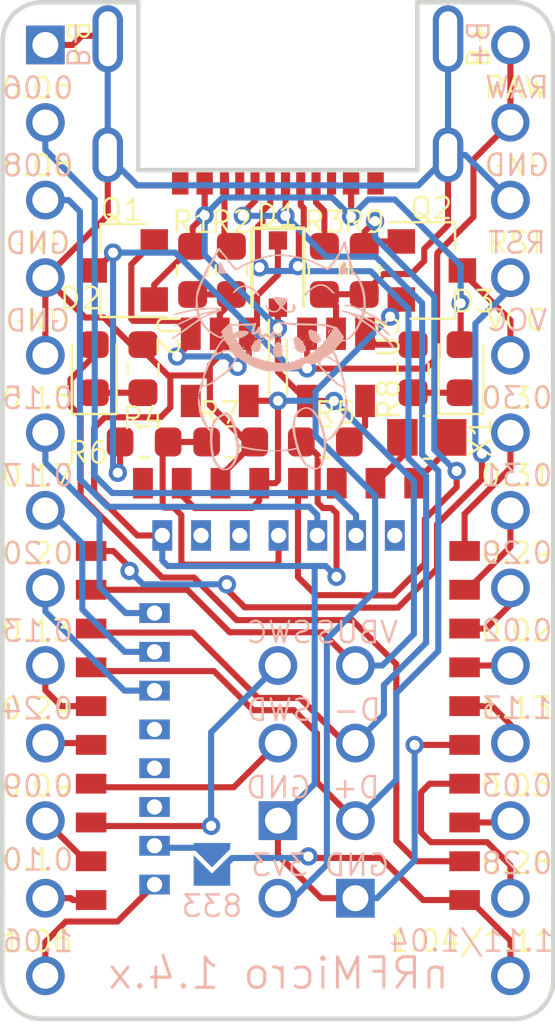
<source format=kicad_pcb>
(kicad_pcb (version 20211014) (generator pcbnew)
  (layers (0 "F.Cu" signal) (31 "B.Cu" signal) (34 "B.Paste" user) (35 "F.Paste" user) (36 "B.SilkS" user "B.Silkscreen") (37 "F.SilkS" user "F.Silkscreen") (38 "B.Mask" user) (39 "F.Mask" user) (44 "Edge.Cuts" user))
  (net 0 "")
  (net 1 "GND")
  (net 2 "RESET")
  (net 3 "/P0.02")
  (net 4 "/P0.29")
  (net 5 "/P0.30")
  (net 6 "/P0.31")
  (net 7 "/P0.10")
  (net 8 "/P0.09")
  (net 9 "VBUS")
  (net 10 "VBAT")
  (net 11 "DATA+")
  (net 12 "DATA-")
  (net 13 "/P1.13")
  (net 14 "/P1.11")
  (net 15 "/P0.20")
  (net 16 "/P0.13")
  (net 17 "/P0.15")
  (net 18 "/P0.17")
  (net 19 "/P0.22")
  (net 20 "/P0.24")
  (net 21 "BLUE_LED")
  (net 22 "/P0.03")
  (net 23 "/P0.28")
  (net 24 "/P0.00")
  (net 25 "/P0.01")
  (net 26 "/P1.06")
  (net 27 "/P1.04")
  (net 28 "SWC")
  (net 29 "SWD")
  (net 30 "POWER_PIN")
  (net 31 "/P0.26")
  (net 32 "DCCH")
  (net 33 "CC2")
  (net 34 "CC1")
  (net 35 "EXT_VCC")
  (net 36 "Net-(D2-Pad1)")
  (net 37 "/P1.00")
  (net 38 "/P1.02")
  (net 39 "/P0.12")
  (net 40 "Net-(R5-Pad1)")
  (net 41 "BATTERY_PIN")
  (net 42 "Net-(R8-Pad2)")
  (net 43 "Net-(D1-Pad1)")
  (net 44 "Net-(D3-Pad1)")
  (net 45 "nRF_VDD")
  (net 46 "/P0.07")
  (net 47 "/P0.08")
  (net 48 "PROG")
  (net 49 "/P0.06")
  (footprint "nrfmicro:pro_micro" (layer "F.Cu") (at 27.7216 36.51)
    (fp_text reference "U4")
    (fp_text value "ProMicro" hide)
  )
  (footprint "nrfmicro:E73-2G4M08S1C-52840" (layer "F.Cu") (at 27.72 33.97 -90)
    (fp_text reference "U1" hide)
    (fp_text value "E73-2G4M08S1C" hide)
  )
  (footprint "Package_TO_SOT_SMD:SOT-23" (layer "F.Cu") (at 32.766 27.3845)
    (fp_text reference "Q2")
    (fp_text value "AO3407")
  )
  (footprint "Diode_SMD:D_SOD-323F" (layer "F.Cu") (at 27.7216 27.502 -90)
    (fp_text reference "D1")
    (fp_text value "1N5819")
  )
  (footprint "Resistor_SMD:R_0603_1608Metric" (layer "F.Cu") (at 23.3375 33)
    (fp_text reference "R6")
    (fp_text value "820K")
  )
  (footprint "Resistor_SMD:R_0603_1608Metric" (layer "F.Cu") (at 26.175 33)
    (fp_text reference "R7")
    (fp_text value "2M")
  )
  (footprint "Package_TO_SOT_SMD:SOT-23" (layer "F.Cu") (at 22.6695 27.3845 180)
    (fp_text reference "Q1")
    (fp_text value "AO3407" hide)
  )
  (footprint "Resistor_SMD:R_0603_1608Metric" (layer "F.Cu") (at 23.3 30.6 90)
    (fp_text reference "R4")
    (fp_text value "1K")
  )
  (footprint "Resistor_SMD:R_0603_1608Metric" (layer "F.Cu") (at 26.1976 27.382 -90)
    (fp_text reference "R2")
    (fp_text value "5.1K")
  )
  (footprint "Resistor_SMD:R_0603_1608Metric" (layer "F.Cu") (at 29.2456 27.382 -90)
    (fp_text reference "R3")
    (fp_text value "5.1K")
  )
  (footprint "LED_SMD:LED_0603_1608Metric" (layer "F.Cu") (at 21.7 30.6 90)
    (fp_text reference "D2")
    (fp_text value "BLUE")
  )
  (footprint "Resistor_SMD:R_0603_1608Metric" (layer "F.Cu") (at 24.9276 27.382 -90)
    (fp_text reference "R1")
    (fp_text value "100K")
  )
  (footprint "Package_TO_SOT_SMD:SOT-23-5" (layer "F.Cu") (at 29.6266 30.557 -90)
    (fp_text reference "U3")
    (fp_text value "TP4054")
  )
  (footprint "Resistor_SMD:R_0603_1608Metric" (layer "F.Cu") (at 29.275 33 180)
    (fp_text reference "R5")
    (fp_text value "RPROG")
  )
  (footprint "Resistor_SMD:R_0603_1608Metric" (layer "F.Cu") (at 30.55 27.382 -90)
    (fp_text reference "R9")
    (fp_text value "2M")
  )
  (footprint "nrfmicro:connector_bat" (layer "F.Cu") (at 27.7216 20 180)
    (fp_text reference "J3")
    (fp_text value "Conn_01x02")
  )
  (footprint "nrfmicro:connector_swd" (layer "F.Cu") (at 27.7216 47.94 180)
    (fp_text reference "J2" hide)
    (fp_text value "Conn_01x04")
  )
  (footprint "Package_TO_SOT_SMD:SOT-23-5" (layer "F.Cu") (at 25.8166 30.557 -90)
    (fp_text reference "U2")
    (fp_text value "AP2112K-3.3")
  )
  (footprint "nrfmicro:connector_usb" (layer "F.Cu") (at 30.2616 47.94 180)
    (fp_text reference "J4" hide)
    (fp_text value "Conn_01x04")
  )
  (footprint "Crystal:Crystal_SMD_MicroCrystal_CM9V-T1A-2Pin_1.6x1.0mm" (layer "F.Cu") (at 32.6 32.85)
    (fp_text reference "X1")
    (fp_text value "32768kHz")
  )
  (footprint "Resistor_SMD:R_0603_1608Metric" (layer "F.Cu") (at 32.15 30.6 90)
    (fp_text reference "R8")
    (fp_text value "1K")
  )
  (footprint "LED_SMD:LED_0603_1608Metric" (layer "F.Cu") (at 33.725 30.6 90)
    (fp_text reference "D3")
    (fp_text value "RED")
  )
  (footprint "nrfmicro:USB-C_C168688" (layer "F.Cu") (at 27.72645 24.09875)
    (fp_text reference "J1" hide)
    (fp_text value "USB-C USB 2.0 MC-372")
  )
  (footprint "Custom Parts:Catmelon_Small" (layer "B.Cu") (at 27.7216 30 180)
    (fp_text reference "G***" hide)
    (fp_text value "LOGO" hide)
  )
  (footprint "nrfmicro:Jumper_SMD" (layer "B.Cu") (at 25.560533 46.631775 180)
    (fp_text reference "JP1")
    (fp_text value "SolderJumper_2_Open" hide)
  )
  (gr_line (start 36.737 19.873) (end 36.7497 50.6197) (layer "Edge.Cuts") (width 0.15))
  (gr_line (start 32.291533 18.602775) (end 35.467 18.603) (layer "Edge.Cuts") (width 0.15))
  (gr_line (start 19.973 18.603) (end 23.147533 18.602775) (layer "Edge.Cuts") (width 0.15))
  (gr_line (start 18.6903 50.6197) (end 18.703 19.873) (layer "Edge.Cuts") (width 0.15))
  (gr_line (start 32.291533 24.1) (end 32.291533 18.602775) (layer "Edge.Cuts") (width 0.15))
  (gr_line (start 23.147533 18.602775) (end 23.147533 24.1) (layer "Edge.Cuts") (width 0.15))
  (gr_line (start 35.4797 51.8897) (end 19.9603 51.8897) (layer "Edge.Cuts") (width 0.15))
  (gr_arc (start 35.467 18.603) (mid 36.365026 18.974974) (end 36.737 19.873) (layer "Edge.Cuts") (width 0.15))
  (gr_arc (start 18.703 19.873) (mid 19.074974 18.974974) (end 19.973 18.603) (layer "Edge.Cuts") (width 0.15))
  (gr_arc (start 19.9603 51.8897) (mid 19.062274 51.517726) (end 18.6903 50.6197) (layer "Edge.Cuts") (width 0.15))
  (gr_arc (start 36.7497 50.6197) (mid 36.377726 51.517726) (end 35.4797 51.8897) (layer "Edge.Cuts") (width 0.15))
  (gr_line (start 23.147533 24.1) (end 32.291533 24.1) (layer "Edge.Cuts") (width 0.15))
  (gr_text "nRFMicro 1.4.x" (at 27.74286 50.4) (layer "B.SilkS") (effects (font (size 1 1) (thickness 0.1)) (justify mirror)))
  (segment (start 25.491601 31.777003) (end 26.714598 33) (width 0.2) (layer "F.Cu") (net 1))
  (segment (start 33.2966 25.8982) (end 32.516001 26.678799) (width 0.2) (layer "F.Cu") (net 1))
  (segment (start 32.204808 42.92) (end 33.839 42.92) (width 0.2) (layer "F.Cu") (net 1))
  (segment (start 29.197753 35.162775) (end 29.024999 34.990021) (width 0.2) (layer "F.Cu") (net 1))
  (segment (start 21.3 19.7) (end 22.1466 19.7) (width 0.2) (layer "F.Cu") (net 1))
  (segment (start 23.117189 24.6) (end 24.5216 24.6) (width 0.2) (layer "F.Cu") (net 1))
  (segment (start 23.3 29.997838) (end 24.07501 30.772848) (width 0.2) (layer "F.Cu") (net 1))
  (segment (start 27.7216 45.4) (end 27.7216 46.521842) (width 0.2) (layer "F.Cu") (net 1))
  (segment (start 30.525 28.1625) (end 29.2526 28.1625) (width 0.2) (layer "F.Cu") (net 1))
  (segment (start 29.472533 35.162775) (end 29.197753 35.162775) (width 0.2) (layer "F.Cu") (net 1))
  (segment (start 20.1016 20) (end 21 20) (width 0.2) (layer "F.Cu") (net 1))
  (segment (start 24.101673 30.799511) (end 24.124162 30.822) (width 0.2) (layer "F.Cu") (net 1))
  (segment (start 25.491601 30.886999) (end 25.491601 31.777003) (width 0.2) (layer "F.Cu") (net 1))
  (segment (start 23.3 30.024991) (end 23.3 29.8125) (width 0.2) (layer "F.Cu") (net 1))
  (segment (start 25.8166 30.1634) (end 25.491601 30.488399) (width 0.2) (layer "F.Cu") (net 1))
  (segment (start 26.714598 33) (end 26.9625 33) (width 0.2) (layer "F.Cu") (net 1))
  (segment (start 33.2966 23.625277) (end 32.321877 24.6) (width 0.2) (layer "F.Cu") (net 1))
  (segment (start 30.525 28.1625) (end 31.1875 27.5) (width 0.2) (layer "F.Cu") (net 1))
  (segment (start 26.59614 32.9) (end 25.491601 31.795461) (width 0.2) (layer "F.Cu") (net 1))
  (segment (start 26.1976 28.1695) (end 24.9276 28.1695) (width 0.2) (layer "F.Cu") (net 1))
  (segment (start 29.024999 33.437499) (end 28.4875 32.9) (width 0.2) (layer "F.Cu") (net 1))
  (segment (start 21.6976 34.64389) (end 21.6976 32.54376) (width 0.2) (layer "F.Cu") (net 1))
  (segment (start 25.426602 30.822) (end 25.491601 30.886999) (width 0.2) (layer "F.Cu") (net 1))
  (segment (start 29.6266 29.457) (end 29.6266 28.5505) (width 0.2) (layer "F.Cu") (net 1))
  (segment (start 21.6976 32.54376) (end 22.04936 32.192) (width 0.2) (layer "F.Cu") (net 1))
  (segment (start 25.491601 30.488399) (end 25.491601 31.795461) (width 0.2) (layer "F.Cu") (net 1))
  (segment (start 32.321877 24.6) (end 30.9216 24.6) (width 0.2) (layer "F.Cu") (net 1))
  (segment (start 20.1016 30.16) (end 20.1016 27.62) (width 0.2) (layer "F.Cu") (net 1))
  (segment (start 24.07501 30.772848) (end 24.101673 30.799511) (width 0.2) (layer "F.Cu") (net 1))
  (segment (start 20.1016 27.62) (end 21.40659 28.92499) (width 0.2) (layer "F.Cu") (net 1))
  (segment (start 29.139758 47.94) (end 30.2616 47.94) (width 0.2) (layer "F.Cu") (net 1))
  (segment (start 24.1976 31.872) (end 24.1976 30.895438) (width 0.2) (layer "F.Cu") (net 1))
  (segment (start 23.3 29.8125) (end 23.3 30.038002) (width 0.2) (layer "F.Cu") (net 1))
  (segment (start 22.90864 29.8125) (end 22.02113 28.92499) (width 0.2) (layer "F.Cu") (net 1))
  (segment (start 26.9625 32.9) (end 26.59614 32.9) (width 0.2) (layer "F.Cu") (net 1))
  (segment (start 21 20) (end 21.3 19.7) (width 0.2) (layer "F.Cu") (net 1))
  (segment (start 29.2476 28.1675) (end 29.2456 28.1695) (width 0.2) (layer "F.Cu") (net 1))
  (segment (start 29.642533 35.332775) (end 29.472533 35.162775) (width 0.2) (layer "F.Cu") (net 1))
  (segment (start 25.8166 29.457) (end 25.8166 30.1634) (width 0.2) (layer "F.Cu") (net 1))
  (segment (start 23.3 29.8125) (end 23.3 29.997838) (width 0.2) (layer "F.Cu") (net 1))
  (segment (start 20.1016 27.62) (end 22.1466 25.575) (width 0.2) (layer "F.Cu") (net 1))
  (segment (start 24.1976 30.895438) (end 24.101673 30.799511) (width 0.2) (layer "F.Cu") (net 1))
  (segment (start 22.04936 32.192) (end 23.8776 32.192) (width 0.2) (layer "F.Cu") (net 1))
  (segment (start 32.516001 26.678799) (end 32.516001 27.074501) (width 0.2) (layer "F.Cu") (net 1))
  (segment (start 23.8776 32.192) (end 24.1976 31.872) (width 0.2) (layer "F.Cu") (net 1))
  (segment (start 23.933 36.062) (end 23.11571 36.062) (width 0.2) (layer "F.Cu") (net 1))
  (segment (start 32.202033 42.922775) (end 32.204808 42.92) (width 0.2) (layer "F.Cu") (net 1))
  (segment (start 29.6266 28.5505) (end 29.2456 28.1695) (width 0.2) (layer "F.Cu") (net 1))
  (segment (start 23.11571 36.062) (end 21.6976 34.64389) (width 0.2) (layer "F.Cu") (net 1))
  (segment (start 25.8166 28.8084) (end 25.8166 29.457) (width 0.2) (layer "F.Cu") (net 1))
  (segment (start 33.2966 23.7) (end 33.2966 25.8982) (width 0.2) (layer "F.Cu") (net 1))
  (segment (start 26.1976 28.1695) (end 26.1976 28.4274) (width 0.2) (layer "F.Cu") (net 1))
  (segment (start 31.1875 27.5) (end 32.090502 27.5) (width 0.2) (layer "F.Cu") (net 1))
  (segment (start 33.2966 19.7) (end 33.2966 23.625277) (width 0.2) (layer "F.Cu") (net 1))
  (segment (start 22.02113 28.92499) (end 21.40659 28.92499) (width 0.2) (layer "F.Cu") (net 1))
  (segment (start 29.2526 28.1625) (end 29.2456 28.1695) (width 0.2) (layer "F.Cu") (net 1))
  (segment (start 29.024999 34.990021) (end 29.024999 33.437499) (width 0.2) (layer "F.Cu") (net 1))
  (segment (start 25.84 34.351) (end 25.84 34.1225) (width 0.2) (layer "F.Cu") (net 1))
  (segment (start 26.1976 28.4274) (end 25.8166 28.8084) (width 0.2) (layer "F.Cu") (net 1))
  (segment (start 29.642533 37.415755) (end 29.642533 35.332775) (width 0.2) (layer "F.Cu") (net 1))
  (segment (start 27.7216 46.521842) (end 29.139758 47.94) (width 0.2) (layer "F.Cu") (net 1))
  (segment (start 32.090502 27.5) (end 32.516001 27.074501) (width 0.2) (layer "F.Cu") (net 1))
  (segment (start 22.1466 25.575) (end 22.1466 23.7) (width 0.2) (layer "F.Cu") (net 1))
  (segment (start 22.1466 19.7) (end 22.1466 23.629411) (width 0.2) (layer "F.Cu") (net 1))
  (segment (start 22.1466 23.629411) (end 23.117189 24.6) (width 0.2) (layer "F.Cu") (net 1))
  (segment (start 24.124162 30.822) (end 25.426602 30.822) (width 0.2) (layer "F.Cu") (net 1))
  (segment (start 25.84 34.1225) (end 26.9625 33) (width 0.2) (layer "F.Cu") (net 1))
  (via (at 32.202033 42.922775) (size 0.6) (drill 0.33) (layers "F.Cu" "B.Cu") (net 1))
  (via (at 29.642533 37.415755) (size 0.6) (drill 0.33) (layers "F.Cu" "B.Cu") (net 1))
  (segment (start 28.926589 37.073411) (end 28.937998 37.062002) (width 0.2) (layer "B.Cu") (net 1))
  (segment (start 27.7216 45.397708) (end 28.926589 44.192719) (width 0.2) (layer "B.Cu") (net 1))
  (segment (start 29.660983 24.595977) (end 23.113166 24.595977) (width 0.2) (layer "B.Cu") (net 1))
  (segment (start 30.965308 47.94) (end 30.2616 47.94) (width 0.2) (layer "B.Cu") (net 1))
  (segment (start 27.7216 45.4) (end 27.7216 45.397708) (width 0.2) (layer "B.Cu") (net 1))
  (segment (start 29.667781 24.602775) (end 29.660983 24.595977) (width 0.2) (layer "B.Cu") (net 1))
  (segment (start 32.202033 46.703275) (end 30.965308 47.94) (width 0.2) (layer "B.Cu") (net 1))
  (segment (start 29.642533 37.415755) (end 29.28878 37.062002) (width 0.2) (layer "B.Cu") (net 1))
  (segment (start 32.202033 42.922775) (end 32.202033 46.703275) (width 0.2) (layer "B.Cu") (net 1))
  (segment (start 35.3416 25.08) (end 33.8616 23.6) (width 0.2) (layer "B.Cu") (net 1))
  (segment (start 28.926589 44.192719) (end 28.926589 37.073411) (width 0.2) (layer "B.Cu") (net 1))
  (segment (start 24.112002 37.062002) (end 23.933 36.883) (width 0.2) (layer "B.Cu") (net 1))
  (segment (start 23.113166 24.595977) (end 22.1466 23.629411) (width 0.2) (layer "B.Cu") (net 1))
  (segment (start 28.937998 37.062002) (end 24.112002 37.062002) (width 0.2) (layer "B.Cu") (net 1))
  (segment (start 23.933 36.883) (end 23.933 36.062) (width 0.2) (layer "B.Cu") (net 1))
  (segment (start 29.28878 37.062002) (end 28.937998 37.062002) (width 0.2) (layer "B.Cu") (net 1))
  (segment (start 33.8616 23.6) (end 33.2972 23.6) (width 0.2) (layer "B.Cu") (net 1))
  (segment (start 33.2966 19.7) (end 33.2966 23.625277) (width 0.2) (layer "B.Cu") (net 1))
  (segment (start 32.319102 24.602775) (end 29.667781 24.602775) (width 0.2) (layer "B.Cu") (net 1))
  (segment (start 22.1466 23.629411) (end 22.1466 19.7) (width 0.2) (layer "B.Cu") (net 1))
  (segment (start 33.2966 23.625277) (end 32.319102 24.602775) (width 0.2) (layer "B.Cu") (net 1))
  (segment (start 30.276899 38.414775) (end 26.634533 38.414775) (width 0.2) (layer "F.Cu") (net 2))
  (segment (start 30.286899 38.424775) (end 30.276899 38.414775) (width 0.2) (layer "F.Cu") (net 2))
  (segment (start 34.406599 34.225501) (end 32.936533 35.695567) (width 0.2) (layer "F.Cu") (net 2))
  (segment (start 32.936533 35.695567) (end 32.936532 37.148918) (width 0.2) (layer "F.Cu") (net 2))
  (segment (start 26.634533 38.414775) (end 26.05 37.830242) (width 0.2) (layer "F.Cu") (net 2))
  (segment (start 34.406599 33.381599) (end 34.406599 34.225501) (width 0.2) (layer "F.Cu") (net 2))
  (segment (start 26.05 37.830242) (end 26.05 37.662002) (width 0.2) (layer "F.Cu") (net 2))
  (segment (start 22.327621 36.57) (end 22.860541 37.10292) (width 0.2) (layer "F.Cu") (net 2))
  (segment (start 22.860541 37.10292) (end 22.860541 37.221058) (width 0.2) (layer "F.Cu") (net 2))
  (segment (start 31.660675 38.424775) (end 30.286899 38.424775) (width 0.2) (layer "F.Cu") (net 2))
  (segment (start 21.601 36.57) (end 22.327621 36.57) (width 0.2) (layer "F.Cu") (net 2))
  (segment (start 32.936532 37.148918) (end 31.660675 38.424775) (width 0.2) (layer "F.Cu") (net 2))
  (via (at 26.05 37.662002) (size 0.6) (drill 0.33) (layers "F.Cu" "B.Cu") (net 2))
  (via (at 34.406599 33.381599) (size 0.6) (drill 0.33) (layers "F.Cu" "B.Cu") (net 2))
  (via (at 22.860541 37.221058) (size 0.6) (drill 0.33) (layers "F.Cu" "B.Cu") (net 2))
  (segment (start 23.301485 37.662002) (end 22.860541 37.221058) (width 0.2) (layer "B.Cu") (net 2))
  (segment (start 35.3416 27.973708) (end 34.192533 29.122775) (width 0.2) (layer "B.Cu") (net 2))
  (segment (start 35.3416 27.62) (end 35.3416 27.973708) (width 0.2) (layer "B.Cu") (net 2))
  (segment (start 34.192533 33.167533) (end 34.406599 33.381599) (width 0.2) (layer "B.Cu") (net 2))
  (segment (start 26.05 37.662002) (end 23.301485 37.662002) (width 0.2) (layer "B.Cu") (net 2))
  (segment (start 34.192533 29.122775) (end 34.192533 33.167533) (width 0.2) (layer "B.Cu") (net 2))
  (segment (start 35.3416 40.32) (end 33.899 40.32) (width 0.2) (layer "F.Cu") (net 3))
  (segment (start 33.899 40.32) (end 33.839 40.38) (width 0.2) (layer "F.Cu") (net 3))
  (segment (start 34.555308 39.11) (end 35.3416 38.323708) (width 0.2) (layer "F.Cu") (net 4))
  (segment (start 33.839 39.11) (end 34.555308 39.11) (width 0.2) (layer "F.Cu") (net 4))
  (segment (start 35.3416 38.323708) (end 35.3416 37.78) (width 0.2) (layer "F.Cu") (net 4))
  (segment (start 33.839 35.358798) (end 35.3416 33.856198) (width 0.2) (layer "F.Cu") (net 5))
  (segment (start 33.839 36.57) (end 33.839 35.358798) (width 0.2) (layer "F.Cu") (net 5))
  (segment (start 35.3416 33.856198) (end 35.3416 32.7) (width 0.2) (layer "F.Cu") (net 5))
  (segment (start 35.3416 36.432402) (end 35.3416 35.24) (width 0.2) (layer "F.Cu") (net 6))
  (segment (start 33.934002 37.84) (end 35.3416 36.432402) (width 0.2) (layer "F.Cu") (net 6))
  (segment (start 33.839 37.84) (end 33.934002 37.84) (width 0.2) (layer "F.Cu") (net 6))
  (segment (start 21 48) (end 20.94 47.94) (width 0.2) (layer "F.Cu") (net 7))
  (segment (start 20.94 47.94) (end 20.1016 47.94) (width 0.2) (layer "F.Cu") (net 7))
  (segment (start 21.601 48) (end 21 48) (width 0.2) (layer "F.Cu") (net 7))
  (segment (start 21.4316 46.73) (end 21.601 46.73) (width 0.2) (layer "F.Cu") (net 8))
  (segment (start 20.1016 45.4) (end 21.4316 46.73) (width 0.2) (layer "F.Cu") (net 8))
  (segment (start 30.2616 40.32) (end 29.174375 39.232775) (width 0.2) (layer "F.Cu") (net 9))
  (segment (start 27.7216 28.5455) (end 27.7216 29.2784) (width 0.2) (layer "F.Cu") (net 9))
  (segment (start 33.71 28.46) (end 33.71 29.7975) (width 0.2) (layer "F.Cu") (net 9))
  (segment (start 23.6695 27.8526) (end 24.9276 26.5945) (width 0.2) (layer "F.Cu") (net 9))
  (segment (start 28.6766 31.657) (end 28.119599 31.099999) (width 0.2) (layer "F.Cu") (net 9))
  (segment (start 30.1216 24.6) (end 30.1216 25.6184) (width 0.2) (layer "F.Cu") (net 9))
  (segment (start 30.1216 24.6) (end 30.1216 25.2816) (width 0.2) (layer "F.Cu") (net 9))
  (segment (start 28.6766 31.657) (end 29.557 31.657) (width 0.2) (layer "F.Cu") (net 9))
  (segment (start 27.7216 30.702) (end 28.119599 31.099999) (width 0.2) (layer "F.Cu") (net 9))
  (segment (start 30.1216 24.73) (end 30.1216 25.2816) (width 0.2) (layer "F.Cu") (net 9))
  (segment (start 24.9276 25.9724) (end 25.3216 25.5784) (width 0.2) (layer "F.Cu") (net 9))
  (segment (start 24.749758 37.84) (end 21.601 37.84) (width 0.2) (layer "F.Cu") (net 9))
  (segment (start 27.7216 29.2784) (end 27.7216 30.702) (width 0.2) (layer "F.Cu") (net 9))
  (segment (start 30.1216 25.6184) (end 30.12 25.62) (width 0.2) (layer "F.Cu") (net 9))
  (segment (start 25.3216 25.5784) (end 25.3216 24.73) (width 0.2) (layer "F.Cu") (net 9))
  (segment (start 25.3216 24.6) (end 25.3216 25.5784) (width 0.2) (layer "F.Cu") (net 9))
  (segment (start 23.6695 28.3345) (end 23.6695 27.8526) (width 0.2) (layer "F.Cu") (net 9))
  (segment (start 29.174375 39.232775) (end 26.142533 39.232775) (width 0.2) (layer "F.Cu") (net 9))
  (segment (start 26.142533 39.232775) (end 24.749758 37.84) (width 0.2) (layer "F.Cu") (net 9))
  (segment (start 24.9276 26.5945) (end 24.9276 25.9724) (width 0.2) (layer "F.Cu") (net 9))
  (via (at 25.3216 25.5784) (size 0.6) (drill 0.33) (layers "F.Cu" "B.Cu") (net 9))
  (via (at 27.7216 29.2784) (size 0.6) (drill 0.33) (layers "F.Cu" "B.Cu") (net 9))
  (via (at 33.71 28.46) (size 0.6) (drill 0.33) (layers "F.Cu" "B.Cu") (net 9))
  (via (at 29.557 31.657) (size 0.6) (drill 0.33) (layers "F.Cu" "B.Cu") (net 9))
  (via (at 30.12 25.62) (size 0.6) (drill 0.33) (layers "F.Cu" "B.Cu") (net 9))
  (segment (start 30.677985 25.062015) (end 30.12 25.62) (width 0.2) (layer "B.Cu") (net 9))
  (segment (start 25.3216 25.5784) (end 25.904503 24.995497) (width 0.2) (layer "B.Cu") (net 9))
  (segment (start 25.904503 24.995497) (end 29.495497 24.995497) (width 0.2) (layer "B.Cu") (net 9))
  (segment (start 33.71 27.2175) (end 31.554515 25.062015) (width 0.2) (layer "B.Cu") (net 9))
  (segment (start 32.178001 39.287307) (end 31.145308 40.32) (width 0.2) (layer "B.Cu") (net 9))
  (segment (start 32.178001 34.278001) (end 32.178001 39.287307) (width 0.2) (layer "B.Cu") (net 9))
  (segment (start 29.495497 24.995497) (end 30.12 25.62) (width 0.2) (layer "B.Cu") (net 9))
  (segment (start 31.554515 25.062015) (end 30.677985 25.062015) (width 0.2) (layer "B.Cu") (net 9))
  (segment (start 29.557 31.657) (end 32.178001 34.278001) (width 0.2) (layer "B.Cu") (net 9))
  (segment (start 27.7216 29.2784) (end 25.3216 26.8784) (width 0.2) (layer "B.Cu") (net 9))
  (segment (start 31.145308 40.32) (end 30.2616 40.32) (width 0.2) (layer "B.Cu") (net 9))
  (segment (start 33.71 28.46) (end 33.71 27.2175) (width 0.2) (layer "B.Cu") (net 9))
  (segment (start 25.3216 26.8784) (end 25.3216 25.5784) (width 0.2) (layer "B.Cu") (net 9))
  (segment (start 32.94999 26.810508) (end 32.94999 26.86001) (width 0.2) (layer "F.Cu") (net 10))
  (segment (start 32.94 30.23114) (end 32.57114 30.6) (width 0.2) (layer "F.Cu") (net 10))
  (segment (start 32.94999 26.810508) (end 34.130249 25.630249) (width 0.2) (layer "F.Cu") (net 10))
  (segment (start 21.6695 27.3845) (end 21.734999 27.3845) (width 0.2) (layer "F.Cu") (net 10))
  (segment (start 22.55 33.934837) (end 22.474998 34.009839) (width 0.2) (layer "F.Cu") (net 10))
  (segment (start 32.94 26.87) (end 32.94 30.23114) (width 0.2) (layer "F.Cu") (net 10))
  (segment (start 34.130249 23.751351) (end 34.130249 25.630249) (width 0.2) (layer "F.Cu") (net 10))
  (segment (start 35.3416 22.54) (end 35.3416 20) (width 0.2) (layer "F.Cu") (net 10))
  (segment (start 32.94999 26.86001) (end 32.94 26.87) (width 0.2) (layer "F.Cu") (net 10))
  (segment (start 28.69 30.6) (end 28.68 30.59) (width 0.2) (layer "F.Cu") (net 10))
  (segment (start 22.55 33) (end 22.55 33.934837) (width 0.2) (layer "F.Cu") (net 10))
  (segment (start 28.68 29.4604) (end 28.6766 29.457) (width 0.2) (layer "F.Cu") (net 10))
  (segment (start 35.3416 22.54) (end 34.130249 23.751351) (width 0.2) (layer "F.Cu") (net 10))
  (segment (start 32.57114 30.6) (end 28.69 30.6) (width 0.2) (layer "F.Cu") (net 10))
  (segment (start 28.68 30.59) (end 28.68 29.4604) (width 0.2) (layer "F.Cu") (net 10))
  (segment (start 21.734999 27.3845) (end 22.319499 26.8) (width 0.2) (layer "F.Cu") (net 10))
  (via (at 22.319499 26.8) (size 0.6) (drill 0.33) (layers "F.Cu" "B.Cu") (net 10))
  (via (at 22.474998 34.009839) (size 0.6) (drill 0.33) (layers "F.Cu" "B.Cu") (net 10))
  (via (at 28.68 30.59) (size 0.6) (drill 0.33) (layers "F.Cu" "B.Cu") (net 10))
  (segment (start 22.319499 33.85434) (end 22.474998 34.009839) (width 0.2) (layer "B.Cu") (net 10))
  (segment (start 24.355198 26.8) (end 24.217112 26.8) (width 0.2) (layer "B.Cu") (net 10))
  (segment (start 28.68 30.59) (end 28.145198 30.59) (width 0.2) (layer "B.Cu") (net 10))
  (segment (start 22.319499 26.8) (end 22.319499 33.85434) (width 0.2) (layer "B.Cu") (net 10))
  (segment (start 24.217112 26.8) (end 22.319499 26.8) (width 0.2) (layer "B.Cu") (net 10))
  (segment (start 28.145198 30.59) (end 24.355198 26.8) (width 0.2) (layer "B.Cu") (net 10))
  (segment (start 28.242533 41.782775) (end 29.002533 42.542775) (width 0.2) (layer "F.Cu") (net 11))
  (segment (start 29.002533 42.542775) (end 29.002533 44.140933) (width 0.2) (layer "F.Cu") (net 11))
  (segment (start 26.907527 41.782775) (end 28.242533 41.782775) (width 0.2) (layer "F.Cu") (net 11))
  (segment (start 27.9716 25.593898) (end 27.97 25.595498) (width 0.2) (layer "F.Cu") (net 11))
  (segment (start 26.5716 25.595497) (end 26.5716 25.508) (width 0.2) (layer "F.Cu") (net 11))
  (segment (start 21.601 40.38) (end 21.723775 40.502775) (width 0.2) (layer "F.Cu") (net 11))
  (segment (start 26.5716 25.508) (end 26.9716 25.108) (width 0.2) (layer "F.Cu") (net 11))
  (segment (start 21.723775 40.502775) (end 25.627527 40.502775) (width 0.2) (layer "F.Cu") (net 11))
  (segment (start 25.627527 40.502775) (end 26.907527 41.782775) (width 0.2) (layer "F.Cu") (net 11))
  (segment (start 29.002533 44.140933) (end 30.2616 45.4) (width 0.2) (layer "F.Cu") (net 11))
  (segment (start 27.9716 24.73) (end 27.9716 25.593898) (width 0.2) (layer "F.Cu") (net 11))
  (segment (start 26.9716 25.108) (end 26.9716 24.5) (width 0.2) (layer "F.Cu") (net 11))
  (via (at 26.5716 25.595497) (size 0.6) (drill 0.33) (layers "F.Cu" "B.Cu") (net 11))
  (via (at 27.97 25.595498) (size 0.6) (drill 0.33) (layers "F.Cu" "B.Cu") (net 11))
  (segment (start 26.5716 25.595497) (end 27.969999 25.595497) (width 0.2) (layer "B.Cu") (net 11))
  (segment (start 32.978021 33.946623) (end 32.978021 39.847287) (width 0.2) (layer "B.Cu") (net 11))
  (segment (start 31.596611 41.228697) (end 31.596611 44.064989) (width 0.2) (layer "B.Cu") (net 11))
  (segment (start 31.596611 44.064989) (end 30.2616 45.4) (width 0.2) (layer "B.Cu") (net 11))
  (segment (start 32.44808 28.45248) (end 32.44808 33.416682) (width 0.2) (layer "B.Cu") (net 11))
  (segment (start 27.97 25.595498) (end 29.306502 26.932) (width 0.2) (layer "B.Cu") (net 11))
  (segment (start 32.978021 39.847287) (end 31.596611 41.228697) (width 0.2) (layer "B.Cu") (net 11))
  (segment (start 30.9276 26.932) (end 32.44808 28.45248) (width 0.2) (layer "B.Cu") (net 11))
  (segment (start 32.44808 33.416682) (end 32.978021 33.946623) (width 0.2) (layer "B.Cu") (net 11))
  (segment (start 29.306502 26.932) (end 30.9276 26.932) (width 0.2) (layer "B.Cu") (net 11))
  (segment (start 27.0676 25.947335) (end 27.2176 25.797335) (width 0.2) (layer "F.Cu") (net 12))
  (segment (start 27.073013 41.383255) (end 24.932533 39.242775) (width 0.2) (layer "F.Cu") (net 12))
  (segment (start 28.3776 27.242) (end 28.4076 27.212) (width 0.2) (layer "F.Cu") (net 12))
  (segment (start 28.569511 25.347171) (end 28.4716 25.24926) (width 0.2) (layer "F.Cu") (net 12))
  (segment (start 27.1176 27.282) (end 27.0676 27.232) (width 0.2) (layer "F.Cu") (net 12))
  (segment (start 27.0676 27.232) (end 27.0676 25.947335) (width 0.2) (layer "F.Cu") (net 12))
  (segment (start 28.4716 25.24926) (end 28.4716 24.6) (width 0.2) (layer "F.Cu") (net 12))
  (segment (start 21.733775 39.242775) (end 21.601 39.11) (width 0.2) (layer "F.Cu") (net 12))
  (segment (start 29.919758 42.86) (end 28.443013 41.383255) (width 0.2) (layer "F.Cu") (net 12))
  (segment (start 24.932533 39.242775) (end 21.733775 39.242775) (width 0.2) (layer "F.Cu") (net 12))
  (segment (start 27.2176 25.797335) (end 27.2176 25.442) (width 0.2) (layer "F.Cu") (net 12))
  (segment (start 28.569511 25.940089) (end 28.569511 25.347171) (width 0.2) (layer "F.Cu") (net 12))
  (segment (start 30.2616 42.86) (end 29.919758 42.86) (width 0.2) (layer "F.Cu") (net 12))
  (segment (start 27.4716 25.188) (end 27.4716 24.6) (width 0.2) (layer "F.Cu") (net 12))
  (segment (start 28.443013 41.383255) (end 27.073013 41.383255) (width 0.2) (layer "F.Cu") (net 12))
  (segment (start 27.2176 25.442) (end 27.4716 25.188) (width 0.2) (layer "F.Cu") (net 12))
  (segment (start 28.4076 26.102) (end 28.569511 25.940089) (width 0.2) (layer "F.Cu") (net 12))
  (segment (start 28.4076 27.212) (end 28.4076 26.102) (width 0.2) (layer "F.Cu") (net 12))
  (via (at 28.3776 27.242) (size 0.6) (drill 0.33) (layers "F.Cu" "B.Cu") (net 12))
  (via (at 27.1176 27.282) (size 0.6) (drill 0.33) (layers "F.Cu" "B.Cu") (net 12))
  (segment (start 28.3776 27.242) (end 28.544861 27.409261) (width 0.2) (layer "B.Cu") (net 12))
  (segment (start 32.578011 34.112311) (end 32.578011 39.577297) (width 0.2) (layer "B.Cu") (net 12))
  (segment (start 27.236276 27.400676) (end 28.312525 27.400676) (width 0.2) (layer "B.Cu") (net 12))
  (segment (start 32.000699 28.645099) (end 32.000699 33.534999) (width 0.2) (layer "B.Cu") (net 12))
  (segment (start 32.000699 33.534999) (end 32.578011 34.112311) (width 0.2) (layer "B.Cu") (net 12))
  (segment (start 31.196601 40.958707) (end 31.196601 41.924999) (width 0.2) (layer "B.Cu") (net 12))
  (segment (start 32.578011 39.577297) (end 31.196601 40.958707) (width 0.2) (layer "B.Cu") (net 12))
  (segment (start 30.764861 27.409261) (end 32.000699 28.645099) (width 0.2) (layer "B.Cu") (net 12))
  (segment (start 27.1176 27.282) (end 27.236276 27.400676) (width 0.2) (layer "B.Cu") (net 12))
  (segment (start 31.196601 41.924999) (end 30.2616 42.86) (width 0.2) (layer "B.Cu") (net 12))
  (segment (start 28.544861 27.409261) (end 30.764861 27.409261) (width 0.2) (layer "B.Cu") (net 12))
  (segment (start 34.739758 41.65) (end 33.839 41.65) (width 0.2) (layer "F.Cu") (net 13))
  (segment (start 35.3416 42.251842) (end 34.739758 41.65) (width 0.2) (layer "F.Cu") (net 13))
  (segment (start 35.3416 42.86) (end 35.3416 42.251842) (width 0.2) (layer "F.Cu") (net 13))
  (segment (start 34.014 48) (end 35.3416 49.3276) (width 0.2) (layer "F.Cu") (net 14))
  (segment (start 32.478758 48) (end 33.839 48) (width 0.2) (layer "F.Cu") (net 14))
  (segment (start 31.101533 46.622775) (end 32.478758 48) (width 0.2) (layer "F.Cu") (net 14))
  (segment (start 35.3416 50.48) (end 35.3416 49.36732) (width 0.2) (layer "F.Cu") (net 14))
  (segment (start 28.772533 46.622775) (end 31.101533 46.622775) (width 0.2) (layer "F.Cu") (net 14))
  (segment (start 35.3416 49.3276) (end 35.3416 49.36732) (width 0.2) (layer "F.Cu") (net 14))
  (segment (start 28.722533 46.572775) (end 28.772533 46.622775) (width 0.2) (layer "F.Cu") (net 14))
  (via (at 28.722533 46.572775) (size 0.6) (drill 0.33) (layers "F.Cu" "B.Cu") (net 14))
  (segment (start 28.722533 46.572775) (end 28.672533 46.622775) (width 0.2) (layer "B.Cu") (net 14))
  (segment (start 26.228053 46.622775) (end 25.560533 47.290295) (width 0.2) (layer "B.Cu") (net 14))
  (segment (start 28.672533 46.622775) (end 26.228053 46.622775) (width 0.2) (layer "B.Cu") (net 14))
  (segment (start 22.691758 41.142) (end 20.1016 38.551842) (width 0.2) (layer "B.Cu") (net 15))
  (segment (start 23.679 41.142) (end 22.691758 41.142) (width 0.2) (layer "B.Cu") (net 15))
  (segment (start 20.1016 38.551842) (end 20.1016 37.78) (width 0.2) (layer "B.Cu") (net 15))
  (segment (start 20.1016 41.131842) (end 20.619758 41.65) (width 0.2) (layer "F.Cu") (net 16))
  (segment (start 20.1016 40.32) (end 20.1016 41.131842) (width 0.2) (layer "F.Cu") (net 16))
  (segment (start 20.619758 41.65) (end 21.601 41.65) (width 0.2) (layer "F.Cu") (net 16))
  (segment (start 22.731758 38.602) (end 23.679 38.602) (width 0.2) (layer "B.Cu") (net 17))
  (segment (start 20.1016 33.675774) (end 21.877533 35.451707) (width 0.2) (layer "B.Cu") (net 17))
  (segment (start 21.877533 35.451707) (end 21.877533 37.747775) (width 0.2) (layer "B.Cu") (net 17))
  (segment (start 21.877533 37.747775) (end 22.731758 38.602) (width 0.2) (layer "B.Cu") (net 17))
  (segment (start 20.1016 32.7) (end 20.1016 33.675774) (width 0.2) (layer "B.Cu") (net 17))
  (segment (start 22.701758 39.872) (end 21.312533 38.482775) (width 0.2) (layer "B.Cu") (net 18))
  (segment (start 23.679 39.872) (end 22.701758 39.872) (width 0.2) (layer "B.Cu") (net 18))
  (segment (start 21.312533 36.325775) (end 20.226758 35.24) (width 0.2) (layer "B.Cu") (net 18))
  (segment (start 21.312533 38.482775) (end 21.312533 36.325775) (width 0.2) (layer "B.Cu") (net 18))
  (segment (start 20.226758 35.24) (end 20.1016 35.24) (width 0.2) (layer "B.Cu") (net 18))
  (segment (start 20.1016 42.86) (end 21.541 42.86) (width 0.2) (layer "F.Cu") (net 20))
  (segment (start 21.541 42.86) (end 21.601 42.92) (width 0.2) (layer "F.Cu") (net 20))
  (segment (start 21.2576 34.769588) (end 21.2576 32.15787) (width 0.2) (layer "F.Cu") (net 21))
  (segment (start 31.602533 40.277131) (end 30.158657 38.833255) (width 0.2) (layer "F.Cu") (net 21))
  (segment (start 33.839 46.73) (end 32.269758 46.73) (width 0.2) (layer "F.Cu") (net 21))
  (segment (start 21.2576 32.15787) (end 20.92499 31.82526) (width 0.2) (layer "F.Cu") (net 21))
  (segment (start 26.367182 38.833255) (end 24.973917 37.43999) (width 0.2) (layer "F.Cu") (net 21))
  (segment (start 30.158657 38.833255) (end 26.367182 38.833255) (width 0.2) (layer "F.Cu") (net 21))
  (segment (start 23.928002 37.43999) (end 21.2576 34.769588) (width 0.2) (layer "F.Cu") (net 21))
  (segment (start 21.7 30.17886) (end 21.7 29.8125) (width 0.2) (layer "F.Cu") (net 21))
  (segment (start 24.973917 37.43999) (end 23.928002 37.43999) (width 0.2) (layer "F.Cu") (net 21))
  (segment (start 31.602533 46.062775) (end 31.602533 40.277131) (width 0.2) (layer "F.Cu") (net 21))
  (segment (start 32.269758 46.73) (end 31.602533 46.062775) (width 0.2) (layer "F.Cu") (net 21))
  (segment (start 20.92499 31.82526) (end 20.92499 30.95387) (width 0.2) (layer "F.Cu") (net 21))
  (segment (start 20.92499 30.95387) (end 21.7 30.17886) (width 0.2) (layer "F.Cu") (net 21))
  (segment (start 35.3416 45.4) (end 35.2816 45.46) (width 0.2) (layer "F.Cu") (net 22))
  (segment (start 35.2816 45.46) (end 33.839 45.46) (width 0.2) (layer "F.Cu") (net 22))
  (segment (start 32.734757 46.104999) (end 32.412533 45.782775) (width 0.2) (layer "F.Cu") (net 23))
  (segment (start 34.579001 46.104999) (end 32.734757 46.104999) (width 0.2) (layer "F.Cu") (net 23))
  (segment (start 35.3416 47.94) (end 35.3416 46.867598) (width 0.2) (layer "F.Cu") (net 23))
  (segment (start 35.3416 46.867598) (end 34.579001 46.104999) (width 0.2) (layer "F.Cu") (net 23))
  (segment (start 32.695308 44.19) (end 33.839 44.19) (width 0.2) (layer "F.Cu") (net 23))
  (segment (start 32.412533 45.782775) (end 32.412533 44.472775) (width 0.2) (layer "F.Cu") (net 23))
  (segment (start 32.412533 44.472775) (end 32.695308 44.19) (width 0.2) (layer "F.Cu") (net 23))
  (segment (start 33.2 32.85) (end 33.2 33.341) (width 0.2) (layer "F.Cu") (net 24))
  (segment (start 33.2 33.341) (end 32.19 34.351) (width 0.2) (layer "F.Cu") (net 24))
  (segment (start 32 33.271) (end 30.92 34.351) (width 0.2) (layer "F.Cu") (net 25))
  (segment (start 32 32.85) (end 32 33.271) (width 0.2) (layer "F.Cu") (net 25))
  (segment (start 22.468225 48.702775) (end 23.679 47.492) (width 0.2) (layer "F.Cu") (net 26))
  (segment (start 20.1016 50.48) (end 20.1016 49.37412) (width 0.2) (layer "F.Cu") (net 26))
  (segment (start 20.772945 48.702775) (end 22.468225 48.702775) (width 0.2) (layer "F.Cu") (net 26))
  (segment (start 20.1016 49.37412) (end 20.772945 48.702775) (width 0.2) (layer "F.Cu") (net 26))
  (segment (start 23.745775 46.288775) (end 23.679 46.222) (width 0.2) (layer "B.Cu") (net 27))
  (segment (start 25.422533 46.288775) (end 23.745775 46.288775) (width 0.2) (layer "B.Cu") (net 27))
  (segment (start 25.528307 45.577001) (end 21.718001 45.577001) (width 0.2) (layer "F.Cu") (net 28))
  (segment (start 21.718001 45.577001) (end 21.601 45.46) (width 0.2) (layer "F.Cu") (net 28))
  (segment (start 25.532533 45.572775) (end 25.528307 45.577001) (width 0.2) (layer "F.Cu") (net 28))
  (via (at 25.532533 45.572775) (size 0.6) (drill 0.33) (layers "F.Cu" "B.Cu") (net 28))
  (segment (start 25.532533 45.572775) (end 25.532533 42.509067) (width 0.2) (layer "B.Cu") (net 28))
  (segment (start 25.532533 42.509067) (end 27.7216 40.32) (width 0.2) (layer "B.Cu") (net 28))
  (segment (start 26.274599 44.307001) (end 27.7216 42.86) (width 0.2) (layer "F.Cu") (net 29))
  (segment (start 21.718001 44.307001) (end 26.274599 44.307001) (width 0.2) (layer "F.Cu") (net 29))
  (segment (start 21.601 44.19) (end 21.718001 44.307001) (width 0.2) (layer "F.Cu") (net 29))
  (segment (start 28.38 37.424242) (end 28.38 34.351) (width 0.2) (layer "F.Cu") (net 30))
  (segment (start 33.578021 34.482251) (end 32.537013 35.523259) (width 0.2) (layer "F.Cu") (net 30))
  (segment (start 30.55 26.125993) (end 30.905772 25.770221) (width 0.2) (layer "F.Cu") (net 30))
  (segment (start 30.452385 38.025255) (end 30.442385 38.015255) (width 0.2) (layer "F.Cu") (net 30))
  (segment (start 30.442385 38.015255) (end 28.971013 38.015255) (width 0.2) (layer "F.Cu") (net 30))
  (segment (start 28.971013 38.015255) (end 28.38 37.424242) (width 0.2) (layer "F.Cu") (net 30))
  (segment (start 32.537013 36.983431) (end 31.495189 38.025255) (width 0.2) (layer "F.Cu") (net 30))
  (segment (start 32.537013 35.523259) (end 32.537013 36.983431) (width 0.2) (layer "F.Cu") (net 30))
  (segment (start 31.766 26.4345) (end 30.678 26.4345) (width 0.2) (layer "F.Cu") (net 30))
  (segment (start 31.495189 38.025255) (end 30.452385 38.025255) (width 0.2) (layer "F.Cu") (net 30))
  (segment (start 30.55 26.5945) (end 30.55 26.125993) (width 0.2) (layer "F.Cu") (net 30))
  (segment (start 33.578021 33.950002) (end 33.578021 34.482251) (width 0.2) (layer "F.Cu") (net 30))
  (segment (start 30.678 26.4345) (end 30.5 26.6125) (width 0.2) (layer "F.Cu") (net 30))
  (via (at 33.578021 33.950002) (size 0.6) (drill 0.33) (layers "F.Cu" "B.Cu") (net 30))
  (via (at 30.905772 25.770221) (size 0.6) (drill 0.33) (layers "F.Cu" "B.Cu") (net 30))
  (segment (start 30.905772 25.770221) (end 30.905772 26.300172) (width 0.2) (layer "B.Cu") (net 30))
  (segment (start 32.8476 33.250504) (end 33.547098 33.950002) (width 0.2) (layer "B.Cu") (net 30))
  (segment (start 32.8476 28.242) (end 32.8476 33.250504) (width 0.2) (layer "B.Cu") (net 30))
  (segment (start 33.547098 33.950002) (end 33.578021 33.950002) (width 0.2) (layer "B.Cu") (net 30))
  (segment (start 30.905772 26.300172) (end 32.8476 28.242) (width 0.2) (layer "B.Cu") (net 30))
  (segment (start 25.9716 26.3685) (end 25.9716 24.73) (width 0.2) (layer "F.Cu") (net 33))
  (segment (start 26.1976 26.5945) (end 25.9716 26.3685) (width 0.2) (layer "F.Cu") (net 33))
  (segment (start 28.9716 24.6) (end 28.9716 25.161842) (width 0.2) (layer "F.Cu") (net 34))
  (segment (start 28.9716 25.161842) (end 29.2456 25.435842) (width 0.2) (layer "F.Cu") (net 34))
  (segment (start 29.2456 25.435842) (end 29.2456 26.5945) (width 0.2) (layer "F.Cu") (net 34))
  (segment (start 35.3416 29.0166) (end 33.766 27.441) (width 0.2) (layer "F.Cu") (net 35))
  (segment (start 33.766 27.441) (end 33.766 27.3845) (width 0.2) (layer "F.Cu") (net 35))
  (segment (start 35.3416 30.16) (end 35.3416 29.0166) (width 0.2) (layer "F.Cu") (net 35))
  (segment (start 21.95 31.3625) (end 21.475 31.3625) (width 0.2) (layer "F.Cu") (net 36))
  (segment (start 23.3 31.3875) (end 21.7 31.3875) (width 0.2) (layer "F.Cu") (net 36))
  (segment (start 30.5766 31.657) (end 30.5766 32.4859) (width 0.2) (layer "F.Cu") (net 40))
  (segment (start 30.5766 32.4859) (end 30.0625 33) (width 0.2) (layer "F.Cu") (net 40))
  (segment (start 27.743 36.062) (end 27.743 36.942308) (width 0.2) (layer "F.Cu") (net 41))
  (segment (start 23.944999 35.091001) (end 23.944999 33.180001) (width 0.2) (layer "F.Cu") (net 41))
  (segment (start 24.004999 35.151001) (end 23.944999 35.091001) (width 0.2) (layer "F.Cu") (net 41))
  (segment (start 24.558001 35.398243) (end 24.310759 35.151001) (width 0.2) (layer "F.Cu") (net 41))
  (segment (start 27.743 36.942308) (end 27.667533 37.017775) (width 0.2) (layer "F.Cu") (net 41))
  (segment (start 27.667533 37.017775) (end 24.637533 37.017775) (width 0.2) (layer "F.Cu") (net 41))
  (segment (start 24.125 33) (end 23.9196 33) (width 0.2) (layer "F.Cu") (net 41))
  (segment (start 24.125 33) (end 25.3875 33) (width 0.2) (layer "F.Cu") (net 41))
  (segment (start 24.637533 37.017775) (end 24.558001 36.938243) (width 0.2) (layer "F.Cu") (net 41))
  (segment (start 24.558001 36.938243) (end 24.558001 35.398243) (width 0.2) (layer "F.Cu") (net 41))
  (segment (start 23.944999 33.180001) (end 24.125 33) (width 0.2) (layer "F.Cu") (net 41))
  (segment (start 24.310759 35.151001) (end 24.004999 35.151001) (width 0.2) (layer "F.Cu") (net 41))
  (segment (start 30.9321 29.8125) (end 32.15 29.8125) (width 0.2) (layer "F.Cu") (net 42))
  (segment (start 30.5766 29.457) (end 30.9321 29.8125) (width 0.2) (layer "F.Cu") (net 42))
  (segment (start 22.919499 27.184501) (end 23.6695 26.4345) (width 0.2) (layer "F.Cu") (net 43))
  (segment (start 24.444101 29.034501) (end 22.979499 29.034501) (width 0.2) (layer "F.Cu") (net 43))
  (segment (start 24.8666 29.751011) (end 24.8666 29.457) (width 0.2) (layer "F.Cu") (net 43))
  (segment (start 24.4176 30.200011) (end 24.8666 29.751011) (width 0.2) (layer "F.Cu") (net 43))
  (segment (start 22.919499 28.974501) (end 22.919499 27.184501) (width 0.2) (layer "F.Cu") (net 43))
  (segment (start 26.7666 30.1734) (end 26.4 30.54) (width 0.2) (layer "F.Cu") (net 43))
  (segment (start 26.7666 29.457) (end 26.7666 30.1734) (width 0.2) (layer "F.Cu") (net 43))
  (segment (start 27.0376 29.186) (end 26.7666 29.457) (width 0.2) (layer "F.Cu") (net 43))
  (segment (start 27.0376 28.212) (end 27.0376 29.186) (width 0.2) (layer "F.Cu") (net 43))
  (segment (start 24.8666 29.457) (end 24.444101 29.034501) (width 0.2) (layer "F.Cu") (net 43))
  (segment (start 22.979499 29.034501) (end 22.919499 28.974501) (width 0.2) (layer "F.Cu") (net 43))
  (segment (start 27.7216 27.528) (end 27.0376 28.212) (width 0.2) (layer "F.Cu") (net 43))
  (segment (start 27.7216 26.402) (end 27.7216 27.528) (width 0.2) (layer "F.Cu") (net 43))
  (via (at 26.4 30.54) (size 0.6) (drill 0.33) (layers "F.Cu" "B.Cu") (net 43))
  (via (at 24.4176 30.200011) (size 0.6) (drill 0.33) (layers "F.Cu" "B.Cu") (net 43))
  (segment (start 24.4176 30.200011) (end 26.060011 30.200011) (width 0.2) (layer "B.Cu") (net 43))
  (segment (start 26.060011 30.200011) (end 26.4 30.54) (width 0.2) (layer "B.Cu") (net 43))
  (segment (start 33.725 31.3875) (end 32.15 31.3875) (width 0.2) (layer "F.Cu") (net 44))
  (segment (start 24.992533 35.162775) (end 24.57 34.740242) (width 0.2) (layer "F.Cu") (net 45))
  (segment (start 24.57 34.740242) (end 24.57 34.351) (width 0.2) (layer "F.Cu") (net 45))
  (segment (start 27.11 34.351) (end 27.11 34.925308) (width 0.2) (layer "F.Cu") (net 45))
  (segment (start 27.725 31.65) (end 26.7736 31.65) (width 0.2) (layer "F.Cu") (net 45))
  (segment (start 26.7736 31.65) (end 26.7666 31.657) (width 0.2) (layer "F.Cu") (net 45))
  (segment (start 27.11 34.925308) (end 26.872533 35.162775) (width 0.2) (layer "F.Cu") (net 45))
  (segment (start 27.725 34.261) (end 27.725 31.65) (width 0.2) (layer "F.Cu") (net 45))
  (segment (start 27.635 34.351) (end 27.725 34.261) (width 0.2) (layer "F.Cu") (net 45))
  (segment (start 26.872533 35.162775) (end 24.992533 35.162775) (width 0.2) (layer "F.Cu") (net 45))
  (segment (start 27.11 34.351) (end 27.635 34.351) (width 0.2) (layer "F.Cu") (net 45))
  (segment (start 31.766 28.3345) (end 31.766 28.531646) (width 0.2) (layer "F.Cu") (net 45))
  (segment (start 31.766 28.531646) (end 31.400698 28.896948) (width 0.2) (layer "F.Cu") (net 45))
  (via (at 31.400698 28.896948) (size 0.6) (drill 0.33) (layers "F.Cu" "B.Cu") (net 45))
  (via (at 27.725 31.65) (size 0.6) (drill 0.33) (layers "F.Cu" "B.Cu") (net 45))
  (segment (start 28.227308 47.94) (end 27.7216 47.94) (width 0.2) (layer "B.Cu") (net 45))
  (segment (start 27.725 31.65) (end 28.9 31.65) (width 0.2) (layer "B.Cu") (net 45))
  (segment (start 29.326599 39.455001) (end 29.326599 46.840709) (width 0.2) (layer "B.Cu") (net 45))
  (segment (start 30.908001 34.756403) (end 30.908001 37.873599) (width 0.2) (layer "B.Cu") (net 45))
  (segment (start 30.908001 37.873599) (end 29.326599 39.455001) (width 0.2) (layer "B.Cu") (net 45))
  (segment (start 29.326599 46.840709) (end 28.227308 47.94) (width 0.2) (layer "B.Cu") (net 45))
  (segment (start 31.400698 28.896948) (end 28.956999 31.340647) (width 0.2) (layer "B.Cu") (net 45))
  (segment (start 28.9 31.65) (end 28.956999 31.593001) (width 0.2) (layer "B.Cu") (net 45))
  (segment (start 28.956999 31.340647) (end 28.956999 31.593001) (width 0.2) (layer "B.Cu") (net 45))
  (segment (start 28.956999 31.593001) (end 28.956999 32.805401) (width 0.2) (layer "B.Cu") (net 45))
  (segment (start 28.956999 32.805401) (end 30.908001 34.756403) (width 0.2) (layer "B.Cu") (net 45))
  (segment (start 22.140758 35.122) (end 28.748 35.122) (width 0.2) (layer "B.Cu") (net 47))
  (segment (start 29.013 35.387) (end 29.013 36.062) (width 0.2) (layer "B.Cu") (net 47))
  (segment (start 21.234013 25.452255) (end 21.234013 34.215255) (width 0.2) (layer "B.Cu") (net 47))
  (segment (start 21.234013 34.215255) (end 22.140758 35.122) (width 0.2) (layer "B.Cu") (net 47))
  (segment (start 28.748 35.122) (end 29.013 35.387) (width 0.2) (layer "B.Cu") (net 47))
  (segment (start 20.1016 25.08) (end 20.861758 25.08) (width 0.2) (layer "B.Cu") (net 47))
  (segment (start 20.861758 25.08) (end 21.234013 25.452255) (width 0.2) (layer "B.Cu") (net 47))
  (segment (start 29.564758 34.672) (end 22.289321 34.672) (width 0.2) (layer "B.Cu") (net 49))
  (segment (start 20.1016 23.430842) (end 20.1016 22.54) (width 0.2) (layer "B.Cu") (net 49))
  (segment (start 21.719988 25.04923) (end 20.1016 23.430842) (width 0.2) (layer "B.Cu") (net 49))
  (segment (start 22.289321 34.672) (end 21.719988 34.102667) (width 0.2) (layer "B.Cu") (net 49))
  (segment (start 30.283 35.390242) (end 29.564758 34.672) (width 0.2) (layer "B.Cu") (net 49))
  (segment (start 21.719988 34.102667) (end 21.719988 25.04923) (width 0.2) (layer "B.Cu") (net 49))
  (segment (start 30.283 36.062) (end 30.283 35.390242) (width 0.2) (layer "B.Cu") (net 49))
)
</source>
